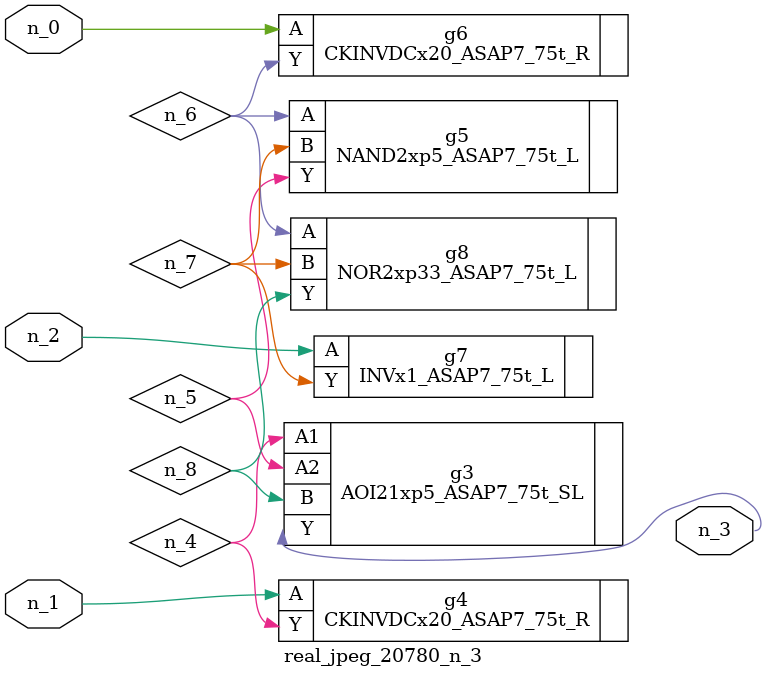
<source format=v>
module real_jpeg_20780_n_3 (n_1, n_0, n_2, n_3);

input n_1;
input n_0;
input n_2;

output n_3;

wire n_5;
wire n_4;
wire n_8;
wire n_6;
wire n_7;

CKINVDCx20_ASAP7_75t_R g6 ( 
.A(n_0),
.Y(n_6)
);

CKINVDCx20_ASAP7_75t_R g4 ( 
.A(n_1),
.Y(n_4)
);

INVx1_ASAP7_75t_L g7 ( 
.A(n_2),
.Y(n_7)
);

AOI21xp5_ASAP7_75t_SL g3 ( 
.A1(n_4),
.A2(n_5),
.B(n_8),
.Y(n_3)
);

NAND2xp5_ASAP7_75t_L g5 ( 
.A(n_6),
.B(n_7),
.Y(n_5)
);

NOR2xp33_ASAP7_75t_L g8 ( 
.A(n_6),
.B(n_7),
.Y(n_8)
);


endmodule
</source>
